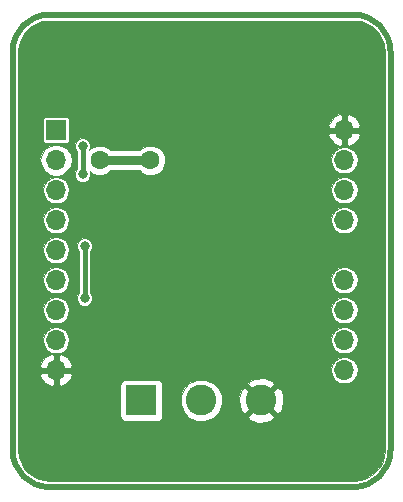
<source format=gbr>
%TF.GenerationSoftware,KiCad,Pcbnew,5.0.1*%
%TF.CreationDate,2018-10-23T16:10:10+11:00*%
%TF.ProjectId,FP2,4650322E6B696361645F706362000000,A*%
%TF.SameCoordinates,Original*%
%TF.FileFunction,Copper,L2,Bot,Signal*%
%TF.FilePolarity,Positive*%
%FSLAX46Y46*%
G04 Gerber Fmt 4.6, Leading zero omitted, Abs format (unit mm)*
G04 Created by KiCad (PCBNEW 5.0.1) date Tue 23 Oct 2018 04:10:10 PM AEDT*
%MOMM*%
%LPD*%
G01*
G04 APERTURE LIST*
%ADD10C,0.500000*%
%ADD11O,1.700000X1.700000*%
%ADD12R,1.700000X1.700000*%
%ADD13C,2.600000*%
%ADD14R,2.600000X2.600000*%
%ADD15C,1.600000*%
%ADD16C,0.800000*%
%ADD17C,0.800000*%
%ADD18C,0.400000*%
%ADD19C,0.100000*%
G04 APERTURE END LIST*
D10*
X132120000Y-120000000D02*
G75*
G02X129000000Y-116880000I0J3120000D01*
G01*
X161000000Y-116880000D02*
G75*
G02X157880000Y-120000000I-3120000J0D01*
G01*
X161000000Y-83120000D02*
G75*
G03X157880000Y-80000000I-3120000J0D01*
G01*
X129000000Y-83120000D02*
G75*
G02X132120000Y-80000000I3120000J0D01*
G01*
X129000000Y-116860000D02*
X129000000Y-83120000D01*
X132110000Y-120000000D02*
X157880000Y-120000000D01*
X161000000Y-83140000D02*
X161000000Y-116880000D01*
X132130000Y-80000000D02*
X157870000Y-80000000D01*
D11*
X132690000Y-94870000D03*
X132690000Y-99950000D03*
X132690000Y-102490000D03*
D12*
X132690000Y-89790000D03*
D11*
X132690000Y-110110000D03*
X132690000Y-105030000D03*
X132690000Y-92330000D03*
X132690000Y-107570000D03*
X132690000Y-97410000D03*
X157090000Y-105030000D03*
X157090000Y-107570000D03*
X157090000Y-110110000D03*
X157090000Y-102490000D03*
X157090000Y-92330000D03*
X157090000Y-89790000D03*
X157090000Y-94870000D03*
X157090000Y-97410000D03*
D13*
X150050000Y-112660000D03*
X144970000Y-112660000D03*
D14*
X139890000Y-112660000D03*
D15*
X144700000Y-97420000D03*
X153300000Y-95700000D03*
X153200000Y-93600000D03*
X151500000Y-97600000D03*
X151500000Y-91600000D03*
X136500000Y-95120000D03*
X141550000Y-82320000D03*
X144880000Y-102280000D03*
X144880000Y-106770000D03*
X144880000Y-104530000D03*
X147930000Y-82330000D03*
X141000000Y-95120000D03*
X137640000Y-87190000D03*
X136370000Y-92340000D03*
X140670000Y-92340000D03*
D16*
X134930000Y-91130000D03*
X134930000Y-93530000D03*
X135110000Y-104000000D03*
X135107949Y-99600000D03*
D17*
X136370000Y-92340000D02*
X140670000Y-92340000D01*
D18*
X134930000Y-91130000D02*
X134930000Y-93530000D01*
X135110000Y-99602051D02*
X135107949Y-99600000D01*
X135110000Y-104000000D02*
X135110000Y-99602051D01*
D19*
G36*
X158459763Y-80568166D02*
X159010712Y-80760028D01*
X159505461Y-81069181D01*
X159919421Y-81480262D01*
X160232021Y-81972840D01*
X160427724Y-82522437D01*
X160500000Y-83128563D01*
X160500001Y-116852036D01*
X160431834Y-117459763D01*
X160239973Y-118010711D01*
X159930820Y-118505460D01*
X159519740Y-118919419D01*
X159027160Y-119232021D01*
X158477563Y-119427724D01*
X157871437Y-119500000D01*
X132147955Y-119500000D01*
X131540237Y-119431834D01*
X130989289Y-119239973D01*
X130494540Y-118930820D01*
X130080581Y-118519740D01*
X129767979Y-118027160D01*
X129572276Y-117477563D01*
X129500000Y-116871437D01*
X129500000Y-110529424D01*
X131345922Y-110529424D01*
X131443002Y-110763839D01*
X131788137Y-111191274D01*
X132270573Y-111454095D01*
X132486000Y-111363660D01*
X132486000Y-110314000D01*
X132894000Y-110314000D01*
X132894000Y-111363660D01*
X133109427Y-111454095D01*
X133282148Y-111360000D01*
X138131184Y-111360000D01*
X138131184Y-113960000D01*
X138166109Y-114135581D01*
X138265568Y-114284432D01*
X138414419Y-114383891D01*
X138590000Y-114418816D01*
X141190000Y-114418816D01*
X141365581Y-114383891D01*
X141514432Y-114284432D01*
X141613891Y-114135581D01*
X141648816Y-113960000D01*
X141648816Y-112311903D01*
X143220000Y-112311903D01*
X143220000Y-113008097D01*
X143486421Y-113651296D01*
X143978704Y-114143579D01*
X144621903Y-114410000D01*
X145318097Y-114410000D01*
X145961296Y-114143579D01*
X146068136Y-114036739D01*
X148961761Y-114036739D01*
X149108014Y-114303598D01*
X149808696Y-114538969D01*
X150546115Y-114488284D01*
X150991986Y-114303598D01*
X151138239Y-114036739D01*
X150050000Y-112948500D01*
X148961761Y-114036739D01*
X146068136Y-114036739D01*
X146453579Y-113651296D01*
X146720000Y-113008097D01*
X146720000Y-112418696D01*
X148171031Y-112418696D01*
X148221716Y-113156115D01*
X148406402Y-113601986D01*
X148673261Y-113748239D01*
X149761500Y-112660000D01*
X150338500Y-112660000D01*
X151426739Y-113748239D01*
X151693598Y-113601986D01*
X151928969Y-112901304D01*
X151878284Y-112163885D01*
X151693598Y-111718014D01*
X151426739Y-111571761D01*
X150338500Y-112660000D01*
X149761500Y-112660000D01*
X148673261Y-111571761D01*
X148406402Y-111718014D01*
X148171031Y-112418696D01*
X146720000Y-112418696D01*
X146720000Y-112311903D01*
X146453579Y-111668704D01*
X146068136Y-111283261D01*
X148961761Y-111283261D01*
X150050000Y-112371500D01*
X151138239Y-111283261D01*
X150991986Y-111016402D01*
X150291304Y-110781031D01*
X149553885Y-110831716D01*
X149108014Y-111016402D01*
X148961761Y-111283261D01*
X146068136Y-111283261D01*
X145961296Y-111176421D01*
X145318097Y-110910000D01*
X144621903Y-110910000D01*
X143978704Y-111176421D01*
X143486421Y-111668704D01*
X143220000Y-112311903D01*
X141648816Y-112311903D01*
X141648816Y-111360000D01*
X141613891Y-111184419D01*
X141514432Y-111035568D01*
X141365581Y-110936109D01*
X141190000Y-110901184D01*
X138590000Y-110901184D01*
X138414419Y-110936109D01*
X138265568Y-111035568D01*
X138166109Y-111184419D01*
X138131184Y-111360000D01*
X133282148Y-111360000D01*
X133591863Y-111191274D01*
X133936998Y-110763839D01*
X134034078Y-110529424D01*
X133941989Y-110314000D01*
X132894000Y-110314000D01*
X132486000Y-110314000D01*
X131438011Y-110314000D01*
X131345922Y-110529424D01*
X129500000Y-110529424D01*
X129500000Y-110110000D01*
X155968450Y-110110000D01*
X156053823Y-110539199D01*
X156296944Y-110903056D01*
X156660801Y-111146177D01*
X156981661Y-111210000D01*
X157198339Y-111210000D01*
X157519199Y-111146177D01*
X157883056Y-110903056D01*
X158126177Y-110539199D01*
X158211550Y-110110000D01*
X158126177Y-109680801D01*
X157883056Y-109316944D01*
X157519199Y-109073823D01*
X157198339Y-109010000D01*
X156981661Y-109010000D01*
X156660801Y-109073823D01*
X156296944Y-109316944D01*
X156053823Y-109680801D01*
X155968450Y-110110000D01*
X129500000Y-110110000D01*
X129500000Y-109690576D01*
X131345922Y-109690576D01*
X131438011Y-109906000D01*
X132486000Y-109906000D01*
X132486000Y-108856340D01*
X132894000Y-108856340D01*
X132894000Y-109906000D01*
X133941989Y-109906000D01*
X134034078Y-109690576D01*
X133936998Y-109456161D01*
X133591863Y-109028726D01*
X133109427Y-108765905D01*
X132894000Y-108856340D01*
X132486000Y-108856340D01*
X132270573Y-108765905D01*
X131788137Y-109028726D01*
X131443002Y-109456161D01*
X131345922Y-109690576D01*
X129500000Y-109690576D01*
X129500000Y-107570000D01*
X131568450Y-107570000D01*
X131653823Y-107999199D01*
X131896944Y-108363056D01*
X132260801Y-108606177D01*
X132581661Y-108670000D01*
X132798339Y-108670000D01*
X133119199Y-108606177D01*
X133483056Y-108363056D01*
X133726177Y-107999199D01*
X133811550Y-107570000D01*
X155968450Y-107570000D01*
X156053823Y-107999199D01*
X156296944Y-108363056D01*
X156660801Y-108606177D01*
X156981661Y-108670000D01*
X157198339Y-108670000D01*
X157519199Y-108606177D01*
X157883056Y-108363056D01*
X158126177Y-107999199D01*
X158211550Y-107570000D01*
X158126177Y-107140801D01*
X157883056Y-106776944D01*
X157519199Y-106533823D01*
X157198339Y-106470000D01*
X156981661Y-106470000D01*
X156660801Y-106533823D01*
X156296944Y-106776944D01*
X156053823Y-107140801D01*
X155968450Y-107570000D01*
X133811550Y-107570000D01*
X133726177Y-107140801D01*
X133483056Y-106776944D01*
X133119199Y-106533823D01*
X132798339Y-106470000D01*
X132581661Y-106470000D01*
X132260801Y-106533823D01*
X131896944Y-106776944D01*
X131653823Y-107140801D01*
X131568450Y-107570000D01*
X129500000Y-107570000D01*
X129500000Y-105030000D01*
X131568450Y-105030000D01*
X131653823Y-105459199D01*
X131896944Y-105823056D01*
X132260801Y-106066177D01*
X132581661Y-106130000D01*
X132798339Y-106130000D01*
X133119199Y-106066177D01*
X133483056Y-105823056D01*
X133726177Y-105459199D01*
X133811550Y-105030000D01*
X155968450Y-105030000D01*
X156053823Y-105459199D01*
X156296944Y-105823056D01*
X156660801Y-106066177D01*
X156981661Y-106130000D01*
X157198339Y-106130000D01*
X157519199Y-106066177D01*
X157883056Y-105823056D01*
X158126177Y-105459199D01*
X158211550Y-105030000D01*
X158126177Y-104600801D01*
X157883056Y-104236944D01*
X157519199Y-103993823D01*
X157198339Y-103930000D01*
X156981661Y-103930000D01*
X156660801Y-103993823D01*
X156296944Y-104236944D01*
X156053823Y-104600801D01*
X155968450Y-105030000D01*
X133811550Y-105030000D01*
X133726177Y-104600801D01*
X133483056Y-104236944D01*
X133119199Y-103993823D01*
X132798339Y-103930000D01*
X132581661Y-103930000D01*
X132260801Y-103993823D01*
X131896944Y-104236944D01*
X131653823Y-104600801D01*
X131568450Y-105030000D01*
X129500000Y-105030000D01*
X129500000Y-102490000D01*
X131568450Y-102490000D01*
X131653823Y-102919199D01*
X131896944Y-103283056D01*
X132260801Y-103526177D01*
X132581661Y-103590000D01*
X132798339Y-103590000D01*
X133119199Y-103526177D01*
X133483056Y-103283056D01*
X133726177Y-102919199D01*
X133811550Y-102490000D01*
X133726177Y-102060801D01*
X133483056Y-101696944D01*
X133119199Y-101453823D01*
X132798339Y-101390000D01*
X132581661Y-101390000D01*
X132260801Y-101453823D01*
X131896944Y-101696944D01*
X131653823Y-102060801D01*
X131568450Y-102490000D01*
X129500000Y-102490000D01*
X129500000Y-99950000D01*
X131568450Y-99950000D01*
X131653823Y-100379199D01*
X131896944Y-100743056D01*
X132260801Y-100986177D01*
X132581661Y-101050000D01*
X132798339Y-101050000D01*
X133119199Y-100986177D01*
X133483056Y-100743056D01*
X133726177Y-100379199D01*
X133811550Y-99950000D01*
X133726177Y-99520801D01*
X133692706Y-99470707D01*
X134457949Y-99470707D01*
X134457949Y-99729293D01*
X134556906Y-99968195D01*
X134660001Y-100071290D01*
X134660000Y-103530762D01*
X134558957Y-103631805D01*
X134460000Y-103870707D01*
X134460000Y-104129293D01*
X134558957Y-104368195D01*
X134741805Y-104551043D01*
X134980707Y-104650000D01*
X135239293Y-104650000D01*
X135478195Y-104551043D01*
X135661043Y-104368195D01*
X135760000Y-104129293D01*
X135760000Y-103870707D01*
X135661043Y-103631805D01*
X135560000Y-103530762D01*
X135560000Y-102490000D01*
X155968450Y-102490000D01*
X156053823Y-102919199D01*
X156296944Y-103283056D01*
X156660801Y-103526177D01*
X156981661Y-103590000D01*
X157198339Y-103590000D01*
X157519199Y-103526177D01*
X157883056Y-103283056D01*
X158126177Y-102919199D01*
X158211550Y-102490000D01*
X158126177Y-102060801D01*
X157883056Y-101696944D01*
X157519199Y-101453823D01*
X157198339Y-101390000D01*
X156981661Y-101390000D01*
X156660801Y-101453823D01*
X156296944Y-101696944D01*
X156053823Y-102060801D01*
X155968450Y-102490000D01*
X135560000Y-102490000D01*
X135560000Y-100067187D01*
X135658992Y-99968195D01*
X135757949Y-99729293D01*
X135757949Y-99470707D01*
X135658992Y-99231805D01*
X135476144Y-99048957D01*
X135237242Y-98950000D01*
X134978656Y-98950000D01*
X134739754Y-99048957D01*
X134556906Y-99231805D01*
X134457949Y-99470707D01*
X133692706Y-99470707D01*
X133483056Y-99156944D01*
X133119199Y-98913823D01*
X132798339Y-98850000D01*
X132581661Y-98850000D01*
X132260801Y-98913823D01*
X131896944Y-99156944D01*
X131653823Y-99520801D01*
X131568450Y-99950000D01*
X129500000Y-99950000D01*
X129500000Y-97410000D01*
X131568450Y-97410000D01*
X131653823Y-97839199D01*
X131896944Y-98203056D01*
X132260801Y-98446177D01*
X132581661Y-98510000D01*
X132798339Y-98510000D01*
X133119199Y-98446177D01*
X133483056Y-98203056D01*
X133726177Y-97839199D01*
X133811550Y-97410000D01*
X155968450Y-97410000D01*
X156053823Y-97839199D01*
X156296944Y-98203056D01*
X156660801Y-98446177D01*
X156981661Y-98510000D01*
X157198339Y-98510000D01*
X157519199Y-98446177D01*
X157883056Y-98203056D01*
X158126177Y-97839199D01*
X158211550Y-97410000D01*
X158126177Y-96980801D01*
X157883056Y-96616944D01*
X157519199Y-96373823D01*
X157198339Y-96310000D01*
X156981661Y-96310000D01*
X156660801Y-96373823D01*
X156296944Y-96616944D01*
X156053823Y-96980801D01*
X155968450Y-97410000D01*
X133811550Y-97410000D01*
X133726177Y-96980801D01*
X133483056Y-96616944D01*
X133119199Y-96373823D01*
X132798339Y-96310000D01*
X132581661Y-96310000D01*
X132260801Y-96373823D01*
X131896944Y-96616944D01*
X131653823Y-96980801D01*
X131568450Y-97410000D01*
X129500000Y-97410000D01*
X129500000Y-94870000D01*
X131568450Y-94870000D01*
X131653823Y-95299199D01*
X131896944Y-95663056D01*
X132260801Y-95906177D01*
X132581661Y-95970000D01*
X132798339Y-95970000D01*
X133119199Y-95906177D01*
X133483056Y-95663056D01*
X133726177Y-95299199D01*
X133811550Y-94870000D01*
X155968450Y-94870000D01*
X156053823Y-95299199D01*
X156296944Y-95663056D01*
X156660801Y-95906177D01*
X156981661Y-95970000D01*
X157198339Y-95970000D01*
X157519199Y-95906177D01*
X157883056Y-95663056D01*
X158126177Y-95299199D01*
X158211550Y-94870000D01*
X158126177Y-94440801D01*
X157883056Y-94076944D01*
X157519199Y-93833823D01*
X157198339Y-93770000D01*
X156981661Y-93770000D01*
X156660801Y-93833823D01*
X156296944Y-94076944D01*
X156053823Y-94440801D01*
X155968450Y-94870000D01*
X133811550Y-94870000D01*
X133726177Y-94440801D01*
X133483056Y-94076944D01*
X133119199Y-93833823D01*
X132798339Y-93770000D01*
X132581661Y-93770000D01*
X132260801Y-93833823D01*
X131896944Y-94076944D01*
X131653823Y-94440801D01*
X131568450Y-94870000D01*
X129500000Y-94870000D01*
X129500000Y-92330000D01*
X131364532Y-92330000D01*
X131465427Y-92837235D01*
X131752753Y-93267247D01*
X132182765Y-93554573D01*
X132561963Y-93630000D01*
X132818037Y-93630000D01*
X133197235Y-93554573D01*
X133627247Y-93267247D01*
X133914573Y-92837235D01*
X134015468Y-92330000D01*
X133914573Y-91822765D01*
X133627247Y-91392753D01*
X133197235Y-91105427D01*
X132818037Y-91030000D01*
X132561963Y-91030000D01*
X132182765Y-91105427D01*
X131752753Y-91392753D01*
X131465427Y-91822765D01*
X131364532Y-92330000D01*
X129500000Y-92330000D01*
X129500000Y-91000707D01*
X134280000Y-91000707D01*
X134280000Y-91259293D01*
X134378957Y-91498195D01*
X134480000Y-91599238D01*
X134480001Y-93060761D01*
X134378957Y-93161805D01*
X134280000Y-93400707D01*
X134280000Y-93659293D01*
X134378957Y-93898195D01*
X134561805Y-94081043D01*
X134800707Y-94180000D01*
X135059293Y-94180000D01*
X135298195Y-94081043D01*
X135481043Y-93898195D01*
X135580000Y-93659293D01*
X135580000Y-93400707D01*
X135521352Y-93259119D01*
X135661932Y-93399699D01*
X136121360Y-93590000D01*
X136618640Y-93590000D01*
X137078068Y-93399699D01*
X137287767Y-93190000D01*
X139752233Y-93190000D01*
X139961932Y-93399699D01*
X140421360Y-93590000D01*
X140918640Y-93590000D01*
X141378068Y-93399699D01*
X141729699Y-93048068D01*
X141920000Y-92588640D01*
X141920000Y-92330000D01*
X155968450Y-92330000D01*
X156053823Y-92759199D01*
X156296944Y-93123056D01*
X156660801Y-93366177D01*
X156981661Y-93430000D01*
X157198339Y-93430000D01*
X157519199Y-93366177D01*
X157883056Y-93123056D01*
X158126177Y-92759199D01*
X158211550Y-92330000D01*
X158126177Y-91900801D01*
X157883056Y-91536944D01*
X157519199Y-91293823D01*
X157198339Y-91230000D01*
X156981661Y-91230000D01*
X156660801Y-91293823D01*
X156296944Y-91536944D01*
X156053823Y-91900801D01*
X155968450Y-92330000D01*
X141920000Y-92330000D01*
X141920000Y-92091360D01*
X141729699Y-91631932D01*
X141378068Y-91280301D01*
X140918640Y-91090000D01*
X140421360Y-91090000D01*
X139961932Y-91280301D01*
X139752233Y-91490000D01*
X137287767Y-91490000D01*
X137078068Y-91280301D01*
X136618640Y-91090000D01*
X136121360Y-91090000D01*
X135661932Y-91280301D01*
X135507210Y-91435023D01*
X135580000Y-91259293D01*
X135580000Y-91000707D01*
X135481043Y-90761805D01*
X135298195Y-90578957D01*
X135059293Y-90480000D01*
X134800707Y-90480000D01*
X134561805Y-90578957D01*
X134378957Y-90761805D01*
X134280000Y-91000707D01*
X129500000Y-91000707D01*
X129500000Y-88940000D01*
X131585103Y-88940000D01*
X131585103Y-90640000D01*
X131604506Y-90737545D01*
X131659761Y-90820239D01*
X131742455Y-90875494D01*
X131840000Y-90894897D01*
X133540000Y-90894897D01*
X133637545Y-90875494D01*
X133720239Y-90820239D01*
X133775494Y-90737545D01*
X133794897Y-90640000D01*
X133794897Y-90209424D01*
X155745922Y-90209424D01*
X155843002Y-90443839D01*
X156188137Y-90871274D01*
X156670573Y-91134095D01*
X156886000Y-91043660D01*
X156886000Y-89994000D01*
X157294000Y-89994000D01*
X157294000Y-91043660D01*
X157509427Y-91134095D01*
X157991863Y-90871274D01*
X158336998Y-90443839D01*
X158434078Y-90209424D01*
X158341989Y-89994000D01*
X157294000Y-89994000D01*
X156886000Y-89994000D01*
X155838011Y-89994000D01*
X155745922Y-90209424D01*
X133794897Y-90209424D01*
X133794897Y-89370576D01*
X155745922Y-89370576D01*
X155838011Y-89586000D01*
X156886000Y-89586000D01*
X156886000Y-88536340D01*
X157294000Y-88536340D01*
X157294000Y-89586000D01*
X158341989Y-89586000D01*
X158434078Y-89370576D01*
X158336998Y-89136161D01*
X157991863Y-88708726D01*
X157509427Y-88445905D01*
X157294000Y-88536340D01*
X156886000Y-88536340D01*
X156670573Y-88445905D01*
X156188137Y-88708726D01*
X155843002Y-89136161D01*
X155745922Y-89370576D01*
X133794897Y-89370576D01*
X133794897Y-88940000D01*
X133775494Y-88842455D01*
X133720239Y-88759761D01*
X133637545Y-88704506D01*
X133540000Y-88685103D01*
X131840000Y-88685103D01*
X131742455Y-88704506D01*
X131659761Y-88759761D01*
X131604506Y-88842455D01*
X131585103Y-88940000D01*
X129500000Y-88940000D01*
X129500000Y-83147954D01*
X129568166Y-82540237D01*
X129760028Y-81989288D01*
X130069181Y-81494539D01*
X130480262Y-81080579D01*
X130972840Y-80767979D01*
X131522437Y-80572276D01*
X132128563Y-80500000D01*
X157852046Y-80500000D01*
X158459763Y-80568166D01*
X158459763Y-80568166D01*
G37*
X158459763Y-80568166D02*
X159010712Y-80760028D01*
X159505461Y-81069181D01*
X159919421Y-81480262D01*
X160232021Y-81972840D01*
X160427724Y-82522437D01*
X160500000Y-83128563D01*
X160500001Y-116852036D01*
X160431834Y-117459763D01*
X160239973Y-118010711D01*
X159930820Y-118505460D01*
X159519740Y-118919419D01*
X159027160Y-119232021D01*
X158477563Y-119427724D01*
X157871437Y-119500000D01*
X132147955Y-119500000D01*
X131540237Y-119431834D01*
X130989289Y-119239973D01*
X130494540Y-118930820D01*
X130080581Y-118519740D01*
X129767979Y-118027160D01*
X129572276Y-117477563D01*
X129500000Y-116871437D01*
X129500000Y-110529424D01*
X131345922Y-110529424D01*
X131443002Y-110763839D01*
X131788137Y-111191274D01*
X132270573Y-111454095D01*
X132486000Y-111363660D01*
X132486000Y-110314000D01*
X132894000Y-110314000D01*
X132894000Y-111363660D01*
X133109427Y-111454095D01*
X133282148Y-111360000D01*
X138131184Y-111360000D01*
X138131184Y-113960000D01*
X138166109Y-114135581D01*
X138265568Y-114284432D01*
X138414419Y-114383891D01*
X138590000Y-114418816D01*
X141190000Y-114418816D01*
X141365581Y-114383891D01*
X141514432Y-114284432D01*
X141613891Y-114135581D01*
X141648816Y-113960000D01*
X141648816Y-112311903D01*
X143220000Y-112311903D01*
X143220000Y-113008097D01*
X143486421Y-113651296D01*
X143978704Y-114143579D01*
X144621903Y-114410000D01*
X145318097Y-114410000D01*
X145961296Y-114143579D01*
X146068136Y-114036739D01*
X148961761Y-114036739D01*
X149108014Y-114303598D01*
X149808696Y-114538969D01*
X150546115Y-114488284D01*
X150991986Y-114303598D01*
X151138239Y-114036739D01*
X150050000Y-112948500D01*
X148961761Y-114036739D01*
X146068136Y-114036739D01*
X146453579Y-113651296D01*
X146720000Y-113008097D01*
X146720000Y-112418696D01*
X148171031Y-112418696D01*
X148221716Y-113156115D01*
X148406402Y-113601986D01*
X148673261Y-113748239D01*
X149761500Y-112660000D01*
X150338500Y-112660000D01*
X151426739Y-113748239D01*
X151693598Y-113601986D01*
X151928969Y-112901304D01*
X151878284Y-112163885D01*
X151693598Y-111718014D01*
X151426739Y-111571761D01*
X150338500Y-112660000D01*
X149761500Y-112660000D01*
X148673261Y-111571761D01*
X148406402Y-111718014D01*
X148171031Y-112418696D01*
X146720000Y-112418696D01*
X146720000Y-112311903D01*
X146453579Y-111668704D01*
X146068136Y-111283261D01*
X148961761Y-111283261D01*
X150050000Y-112371500D01*
X151138239Y-111283261D01*
X150991986Y-111016402D01*
X150291304Y-110781031D01*
X149553885Y-110831716D01*
X149108014Y-111016402D01*
X148961761Y-111283261D01*
X146068136Y-111283261D01*
X145961296Y-111176421D01*
X145318097Y-110910000D01*
X144621903Y-110910000D01*
X143978704Y-111176421D01*
X143486421Y-111668704D01*
X143220000Y-112311903D01*
X141648816Y-112311903D01*
X141648816Y-111360000D01*
X141613891Y-111184419D01*
X141514432Y-111035568D01*
X141365581Y-110936109D01*
X141190000Y-110901184D01*
X138590000Y-110901184D01*
X138414419Y-110936109D01*
X138265568Y-111035568D01*
X138166109Y-111184419D01*
X138131184Y-111360000D01*
X133282148Y-111360000D01*
X133591863Y-111191274D01*
X133936998Y-110763839D01*
X134034078Y-110529424D01*
X133941989Y-110314000D01*
X132894000Y-110314000D01*
X132486000Y-110314000D01*
X131438011Y-110314000D01*
X131345922Y-110529424D01*
X129500000Y-110529424D01*
X129500000Y-110110000D01*
X155968450Y-110110000D01*
X156053823Y-110539199D01*
X156296944Y-110903056D01*
X156660801Y-111146177D01*
X156981661Y-111210000D01*
X157198339Y-111210000D01*
X157519199Y-111146177D01*
X157883056Y-110903056D01*
X158126177Y-110539199D01*
X158211550Y-110110000D01*
X158126177Y-109680801D01*
X157883056Y-109316944D01*
X157519199Y-109073823D01*
X157198339Y-109010000D01*
X156981661Y-109010000D01*
X156660801Y-109073823D01*
X156296944Y-109316944D01*
X156053823Y-109680801D01*
X155968450Y-110110000D01*
X129500000Y-110110000D01*
X129500000Y-109690576D01*
X131345922Y-109690576D01*
X131438011Y-109906000D01*
X132486000Y-109906000D01*
X132486000Y-108856340D01*
X132894000Y-108856340D01*
X132894000Y-109906000D01*
X133941989Y-109906000D01*
X134034078Y-109690576D01*
X133936998Y-109456161D01*
X133591863Y-109028726D01*
X133109427Y-108765905D01*
X132894000Y-108856340D01*
X132486000Y-108856340D01*
X132270573Y-108765905D01*
X131788137Y-109028726D01*
X131443002Y-109456161D01*
X131345922Y-109690576D01*
X129500000Y-109690576D01*
X129500000Y-107570000D01*
X131568450Y-107570000D01*
X131653823Y-107999199D01*
X131896944Y-108363056D01*
X132260801Y-108606177D01*
X132581661Y-108670000D01*
X132798339Y-108670000D01*
X133119199Y-108606177D01*
X133483056Y-108363056D01*
X133726177Y-107999199D01*
X133811550Y-107570000D01*
X155968450Y-107570000D01*
X156053823Y-107999199D01*
X156296944Y-108363056D01*
X156660801Y-108606177D01*
X156981661Y-108670000D01*
X157198339Y-108670000D01*
X157519199Y-108606177D01*
X157883056Y-108363056D01*
X158126177Y-107999199D01*
X158211550Y-107570000D01*
X158126177Y-107140801D01*
X157883056Y-106776944D01*
X157519199Y-106533823D01*
X157198339Y-106470000D01*
X156981661Y-106470000D01*
X156660801Y-106533823D01*
X156296944Y-106776944D01*
X156053823Y-107140801D01*
X155968450Y-107570000D01*
X133811550Y-107570000D01*
X133726177Y-107140801D01*
X133483056Y-106776944D01*
X133119199Y-106533823D01*
X132798339Y-106470000D01*
X132581661Y-106470000D01*
X132260801Y-106533823D01*
X131896944Y-106776944D01*
X131653823Y-107140801D01*
X131568450Y-107570000D01*
X129500000Y-107570000D01*
X129500000Y-105030000D01*
X131568450Y-105030000D01*
X131653823Y-105459199D01*
X131896944Y-105823056D01*
X132260801Y-106066177D01*
X132581661Y-106130000D01*
X132798339Y-106130000D01*
X133119199Y-106066177D01*
X133483056Y-105823056D01*
X133726177Y-105459199D01*
X133811550Y-105030000D01*
X155968450Y-105030000D01*
X156053823Y-105459199D01*
X156296944Y-105823056D01*
X156660801Y-106066177D01*
X156981661Y-106130000D01*
X157198339Y-106130000D01*
X157519199Y-106066177D01*
X157883056Y-105823056D01*
X158126177Y-105459199D01*
X158211550Y-105030000D01*
X158126177Y-104600801D01*
X157883056Y-104236944D01*
X157519199Y-103993823D01*
X157198339Y-103930000D01*
X156981661Y-103930000D01*
X156660801Y-103993823D01*
X156296944Y-104236944D01*
X156053823Y-104600801D01*
X155968450Y-105030000D01*
X133811550Y-105030000D01*
X133726177Y-104600801D01*
X133483056Y-104236944D01*
X133119199Y-103993823D01*
X132798339Y-103930000D01*
X132581661Y-103930000D01*
X132260801Y-103993823D01*
X131896944Y-104236944D01*
X131653823Y-104600801D01*
X131568450Y-105030000D01*
X129500000Y-105030000D01*
X129500000Y-102490000D01*
X131568450Y-102490000D01*
X131653823Y-102919199D01*
X131896944Y-103283056D01*
X132260801Y-103526177D01*
X132581661Y-103590000D01*
X132798339Y-103590000D01*
X133119199Y-103526177D01*
X133483056Y-103283056D01*
X133726177Y-102919199D01*
X133811550Y-102490000D01*
X133726177Y-102060801D01*
X133483056Y-101696944D01*
X133119199Y-101453823D01*
X132798339Y-101390000D01*
X132581661Y-101390000D01*
X132260801Y-101453823D01*
X131896944Y-101696944D01*
X131653823Y-102060801D01*
X131568450Y-102490000D01*
X129500000Y-102490000D01*
X129500000Y-99950000D01*
X131568450Y-99950000D01*
X131653823Y-100379199D01*
X131896944Y-100743056D01*
X132260801Y-100986177D01*
X132581661Y-101050000D01*
X132798339Y-101050000D01*
X133119199Y-100986177D01*
X133483056Y-100743056D01*
X133726177Y-100379199D01*
X133811550Y-99950000D01*
X133726177Y-99520801D01*
X133692706Y-99470707D01*
X134457949Y-99470707D01*
X134457949Y-99729293D01*
X134556906Y-99968195D01*
X134660001Y-100071290D01*
X134660000Y-103530762D01*
X134558957Y-103631805D01*
X134460000Y-103870707D01*
X134460000Y-104129293D01*
X134558957Y-104368195D01*
X134741805Y-104551043D01*
X134980707Y-104650000D01*
X135239293Y-104650000D01*
X135478195Y-104551043D01*
X135661043Y-104368195D01*
X135760000Y-104129293D01*
X135760000Y-103870707D01*
X135661043Y-103631805D01*
X135560000Y-103530762D01*
X135560000Y-102490000D01*
X155968450Y-102490000D01*
X156053823Y-102919199D01*
X156296944Y-103283056D01*
X156660801Y-103526177D01*
X156981661Y-103590000D01*
X157198339Y-103590000D01*
X157519199Y-103526177D01*
X157883056Y-103283056D01*
X158126177Y-102919199D01*
X158211550Y-102490000D01*
X158126177Y-102060801D01*
X157883056Y-101696944D01*
X157519199Y-101453823D01*
X157198339Y-101390000D01*
X156981661Y-101390000D01*
X156660801Y-101453823D01*
X156296944Y-101696944D01*
X156053823Y-102060801D01*
X155968450Y-102490000D01*
X135560000Y-102490000D01*
X135560000Y-100067187D01*
X135658992Y-99968195D01*
X135757949Y-99729293D01*
X135757949Y-99470707D01*
X135658992Y-99231805D01*
X135476144Y-99048957D01*
X135237242Y-98950000D01*
X134978656Y-98950000D01*
X134739754Y-99048957D01*
X134556906Y-99231805D01*
X134457949Y-99470707D01*
X133692706Y-99470707D01*
X133483056Y-99156944D01*
X133119199Y-98913823D01*
X132798339Y-98850000D01*
X132581661Y-98850000D01*
X132260801Y-98913823D01*
X131896944Y-99156944D01*
X131653823Y-99520801D01*
X131568450Y-99950000D01*
X129500000Y-99950000D01*
X129500000Y-97410000D01*
X131568450Y-97410000D01*
X131653823Y-97839199D01*
X131896944Y-98203056D01*
X132260801Y-98446177D01*
X132581661Y-98510000D01*
X132798339Y-98510000D01*
X133119199Y-98446177D01*
X133483056Y-98203056D01*
X133726177Y-97839199D01*
X133811550Y-97410000D01*
X155968450Y-97410000D01*
X156053823Y-97839199D01*
X156296944Y-98203056D01*
X156660801Y-98446177D01*
X156981661Y-98510000D01*
X157198339Y-98510000D01*
X157519199Y-98446177D01*
X157883056Y-98203056D01*
X158126177Y-97839199D01*
X158211550Y-97410000D01*
X158126177Y-96980801D01*
X157883056Y-96616944D01*
X157519199Y-96373823D01*
X157198339Y-96310000D01*
X156981661Y-96310000D01*
X156660801Y-96373823D01*
X156296944Y-96616944D01*
X156053823Y-96980801D01*
X155968450Y-97410000D01*
X133811550Y-97410000D01*
X133726177Y-96980801D01*
X133483056Y-96616944D01*
X133119199Y-96373823D01*
X132798339Y-96310000D01*
X132581661Y-96310000D01*
X132260801Y-96373823D01*
X131896944Y-96616944D01*
X131653823Y-96980801D01*
X131568450Y-97410000D01*
X129500000Y-97410000D01*
X129500000Y-94870000D01*
X131568450Y-94870000D01*
X131653823Y-95299199D01*
X131896944Y-95663056D01*
X132260801Y-95906177D01*
X132581661Y-95970000D01*
X132798339Y-95970000D01*
X133119199Y-95906177D01*
X133483056Y-95663056D01*
X133726177Y-95299199D01*
X133811550Y-94870000D01*
X155968450Y-94870000D01*
X156053823Y-95299199D01*
X156296944Y-95663056D01*
X156660801Y-95906177D01*
X156981661Y-95970000D01*
X157198339Y-95970000D01*
X157519199Y-95906177D01*
X157883056Y-95663056D01*
X158126177Y-95299199D01*
X158211550Y-94870000D01*
X158126177Y-94440801D01*
X157883056Y-94076944D01*
X157519199Y-93833823D01*
X157198339Y-93770000D01*
X156981661Y-93770000D01*
X156660801Y-93833823D01*
X156296944Y-94076944D01*
X156053823Y-94440801D01*
X155968450Y-94870000D01*
X133811550Y-94870000D01*
X133726177Y-94440801D01*
X133483056Y-94076944D01*
X133119199Y-93833823D01*
X132798339Y-93770000D01*
X132581661Y-93770000D01*
X132260801Y-93833823D01*
X131896944Y-94076944D01*
X131653823Y-94440801D01*
X131568450Y-94870000D01*
X129500000Y-94870000D01*
X129500000Y-92330000D01*
X131364532Y-92330000D01*
X131465427Y-92837235D01*
X131752753Y-93267247D01*
X132182765Y-93554573D01*
X132561963Y-93630000D01*
X132818037Y-93630000D01*
X133197235Y-93554573D01*
X133627247Y-93267247D01*
X133914573Y-92837235D01*
X134015468Y-92330000D01*
X133914573Y-91822765D01*
X133627247Y-91392753D01*
X133197235Y-91105427D01*
X132818037Y-91030000D01*
X132561963Y-91030000D01*
X132182765Y-91105427D01*
X131752753Y-91392753D01*
X131465427Y-91822765D01*
X131364532Y-92330000D01*
X129500000Y-92330000D01*
X129500000Y-91000707D01*
X134280000Y-91000707D01*
X134280000Y-91259293D01*
X134378957Y-91498195D01*
X134480000Y-91599238D01*
X134480001Y-93060761D01*
X134378957Y-93161805D01*
X134280000Y-93400707D01*
X134280000Y-93659293D01*
X134378957Y-93898195D01*
X134561805Y-94081043D01*
X134800707Y-94180000D01*
X135059293Y-94180000D01*
X135298195Y-94081043D01*
X135481043Y-93898195D01*
X135580000Y-93659293D01*
X135580000Y-93400707D01*
X135521352Y-93259119D01*
X135661932Y-93399699D01*
X136121360Y-93590000D01*
X136618640Y-93590000D01*
X137078068Y-93399699D01*
X137287767Y-93190000D01*
X139752233Y-93190000D01*
X139961932Y-93399699D01*
X140421360Y-93590000D01*
X140918640Y-93590000D01*
X141378068Y-93399699D01*
X141729699Y-93048068D01*
X141920000Y-92588640D01*
X141920000Y-92330000D01*
X155968450Y-92330000D01*
X156053823Y-92759199D01*
X156296944Y-93123056D01*
X156660801Y-93366177D01*
X156981661Y-93430000D01*
X157198339Y-93430000D01*
X157519199Y-93366177D01*
X157883056Y-93123056D01*
X158126177Y-92759199D01*
X158211550Y-92330000D01*
X158126177Y-91900801D01*
X157883056Y-91536944D01*
X157519199Y-91293823D01*
X157198339Y-91230000D01*
X156981661Y-91230000D01*
X156660801Y-91293823D01*
X156296944Y-91536944D01*
X156053823Y-91900801D01*
X155968450Y-92330000D01*
X141920000Y-92330000D01*
X141920000Y-92091360D01*
X141729699Y-91631932D01*
X141378068Y-91280301D01*
X140918640Y-91090000D01*
X140421360Y-91090000D01*
X139961932Y-91280301D01*
X139752233Y-91490000D01*
X137287767Y-91490000D01*
X137078068Y-91280301D01*
X136618640Y-91090000D01*
X136121360Y-91090000D01*
X135661932Y-91280301D01*
X135507210Y-91435023D01*
X135580000Y-91259293D01*
X135580000Y-91000707D01*
X135481043Y-90761805D01*
X135298195Y-90578957D01*
X135059293Y-90480000D01*
X134800707Y-90480000D01*
X134561805Y-90578957D01*
X134378957Y-90761805D01*
X134280000Y-91000707D01*
X129500000Y-91000707D01*
X129500000Y-88940000D01*
X131585103Y-88940000D01*
X131585103Y-90640000D01*
X131604506Y-90737545D01*
X131659761Y-90820239D01*
X131742455Y-90875494D01*
X131840000Y-90894897D01*
X133540000Y-90894897D01*
X133637545Y-90875494D01*
X133720239Y-90820239D01*
X133775494Y-90737545D01*
X133794897Y-90640000D01*
X133794897Y-90209424D01*
X155745922Y-90209424D01*
X155843002Y-90443839D01*
X156188137Y-90871274D01*
X156670573Y-91134095D01*
X156886000Y-91043660D01*
X156886000Y-89994000D01*
X157294000Y-89994000D01*
X157294000Y-91043660D01*
X157509427Y-91134095D01*
X157991863Y-90871274D01*
X158336998Y-90443839D01*
X158434078Y-90209424D01*
X158341989Y-89994000D01*
X157294000Y-89994000D01*
X156886000Y-89994000D01*
X155838011Y-89994000D01*
X155745922Y-90209424D01*
X133794897Y-90209424D01*
X133794897Y-89370576D01*
X155745922Y-89370576D01*
X155838011Y-89586000D01*
X156886000Y-89586000D01*
X156886000Y-88536340D01*
X157294000Y-88536340D01*
X157294000Y-89586000D01*
X158341989Y-89586000D01*
X158434078Y-89370576D01*
X158336998Y-89136161D01*
X157991863Y-88708726D01*
X157509427Y-88445905D01*
X157294000Y-88536340D01*
X156886000Y-88536340D01*
X156670573Y-88445905D01*
X156188137Y-88708726D01*
X155843002Y-89136161D01*
X155745922Y-89370576D01*
X133794897Y-89370576D01*
X133794897Y-88940000D01*
X133775494Y-88842455D01*
X133720239Y-88759761D01*
X133637545Y-88704506D01*
X133540000Y-88685103D01*
X131840000Y-88685103D01*
X131742455Y-88704506D01*
X131659761Y-88759761D01*
X131604506Y-88842455D01*
X131585103Y-88940000D01*
X129500000Y-88940000D01*
X129500000Y-83147954D01*
X129568166Y-82540237D01*
X129760028Y-81989288D01*
X130069181Y-81494539D01*
X130480262Y-81080579D01*
X130972840Y-80767979D01*
X131522437Y-80572276D01*
X132128563Y-80500000D01*
X157852046Y-80500000D01*
X158459763Y-80568166D01*
M02*

</source>
